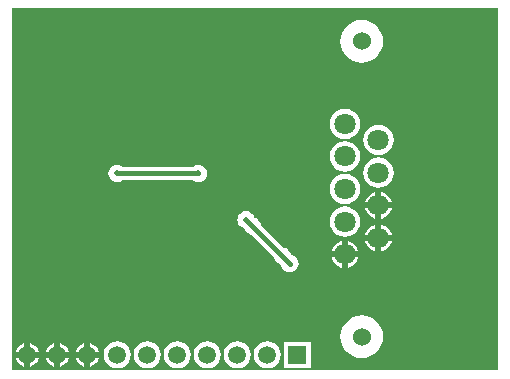
<source format=gbl>
G04*
G04 #@! TF.GenerationSoftware,Altium Limited,Altium Designer,20.0.13 (296)*
G04*
G04 Layer_Physical_Order=2*
G04 Layer_Color=16711680*
%FSLAX25Y25*%
%MOIN*%
G70*
G01*
G75*
%ADD34C,0.01500*%
%ADD36C,0.07087*%
%ADD37C,0.06000*%
%ADD38C,0.05906*%
%ADD39R,0.05906X0.05906*%
%ADD40C,0.01968*%
G36*
X651500Y172000D02*
X489500D01*
Y292500D01*
X651500D01*
Y172000D01*
D02*
G37*
%LPC*%
G36*
X606000Y288634D02*
X604608Y288497D01*
X603270Y288091D01*
X602036Y287432D01*
X600955Y286545D01*
X600068Y285464D01*
X599409Y284230D01*
X599003Y282892D01*
X598866Y281500D01*
X599003Y280108D01*
X599409Y278770D01*
X600068Y277536D01*
X600955Y276455D01*
X602036Y275568D01*
X603270Y274909D01*
X604608Y274503D01*
X606000Y274366D01*
X607392Y274503D01*
X608730Y274909D01*
X609964Y275568D01*
X611045Y276455D01*
X611932Y277536D01*
X612591Y278770D01*
X612997Y280108D01*
X613134Y281500D01*
X612997Y282892D01*
X612591Y284230D01*
X611932Y285464D01*
X611045Y286545D01*
X609964Y287432D01*
X608730Y288091D01*
X607392Y288497D01*
X606000Y288634D01*
D02*
G37*
G36*
X600400Y259087D02*
X599083Y258913D01*
X597857Y258405D01*
X596803Y257597D01*
X595995Y256543D01*
X595486Y255317D01*
X595313Y254000D01*
X595486Y252683D01*
X595995Y251457D01*
X596803Y250403D01*
X597857Y249595D01*
X599083Y249086D01*
X600400Y248913D01*
X601717Y249086D01*
X602943Y249595D01*
X603997Y250403D01*
X604805Y251457D01*
X605313Y252683D01*
X605487Y254000D01*
X605313Y255317D01*
X604805Y256543D01*
X603997Y257597D01*
X602943Y258405D01*
X601717Y258913D01*
X600400Y259087D01*
D02*
G37*
G36*
X611600Y253787D02*
X610283Y253613D01*
X609057Y253105D01*
X608003Y252297D01*
X607195Y251243D01*
X606686Y250017D01*
X606513Y248700D01*
X606686Y247383D01*
X607195Y246157D01*
X608003Y245103D01*
X609057Y244295D01*
X610283Y243787D01*
X611600Y243613D01*
X612917Y243787D01*
X614143Y244295D01*
X615197Y245103D01*
X616005Y246157D01*
X616513Y247383D01*
X616687Y248700D01*
X616513Y250017D01*
X616005Y251243D01*
X615197Y252297D01*
X614143Y253105D01*
X612917Y253613D01*
X611600Y253787D01*
D02*
G37*
G36*
X551500Y240403D02*
X550749Y240304D01*
X550049Y240014D01*
X549762Y239794D01*
X526238D01*
X525951Y240014D01*
X525251Y240304D01*
X524500Y240403D01*
X523749Y240304D01*
X523049Y240014D01*
X522447Y239553D01*
X521986Y238951D01*
X521696Y238251D01*
X521597Y237500D01*
X521696Y236749D01*
X521986Y236049D01*
X522447Y235447D01*
X523049Y234986D01*
X523749Y234696D01*
X524500Y234597D01*
X525251Y234696D01*
X525951Y234986D01*
X526238Y235206D01*
X549762D01*
X550049Y234986D01*
X550749Y234696D01*
X551500Y234597D01*
X552251Y234696D01*
X552951Y234986D01*
X553553Y235447D01*
X554014Y236049D01*
X554304Y236749D01*
X554403Y237500D01*
X554304Y238251D01*
X554014Y238951D01*
X553553Y239553D01*
X552951Y240014D01*
X552251Y240304D01*
X551500Y240403D01*
D02*
G37*
G36*
X600400Y248287D02*
X599083Y248113D01*
X597857Y247605D01*
X596803Y246797D01*
X595995Y245743D01*
X595486Y244517D01*
X595313Y243200D01*
X595486Y241883D01*
X595995Y240657D01*
X596803Y239603D01*
X597857Y238795D01*
X599083Y238286D01*
X600400Y238113D01*
X601717Y238286D01*
X602943Y238795D01*
X603997Y239603D01*
X604805Y240657D01*
X605313Y241883D01*
X605487Y243200D01*
X605313Y244517D01*
X604805Y245743D01*
X603997Y246797D01*
X602943Y247605D01*
X601717Y248113D01*
X600400Y248287D01*
D02*
G37*
G36*
X611600Y242887D02*
X610283Y242713D01*
X609057Y242205D01*
X608003Y241397D01*
X607195Y240343D01*
X606686Y239117D01*
X606513Y237800D01*
X606686Y236483D01*
X607195Y235257D01*
X608003Y234203D01*
X609057Y233395D01*
X610283Y232887D01*
X611600Y232713D01*
X612917Y232887D01*
X614143Y233395D01*
X615197Y234203D01*
X616005Y235257D01*
X616513Y236483D01*
X616687Y237800D01*
X616513Y239117D01*
X616005Y240343D01*
X615197Y241397D01*
X614143Y242205D01*
X612917Y242713D01*
X611600Y242887D01*
D02*
G37*
G36*
X612600Y231351D02*
Y227900D01*
X616051D01*
X616026Y228086D01*
X615569Y229191D01*
X614840Y230140D01*
X613891Y230869D01*
X612786Y231326D01*
X612600Y231351D01*
D02*
G37*
G36*
X610600D02*
X610414Y231326D01*
X609309Y230869D01*
X608360Y230140D01*
X607631Y229191D01*
X607174Y228086D01*
X607149Y227900D01*
X610600D01*
Y231351D01*
D02*
G37*
G36*
X600400Y237387D02*
X599083Y237213D01*
X597857Y236705D01*
X596803Y235897D01*
X595995Y234843D01*
X595486Y233617D01*
X595313Y232300D01*
X595486Y230983D01*
X595995Y229757D01*
X596803Y228703D01*
X597857Y227895D01*
X599083Y227386D01*
X600400Y227213D01*
X601717Y227386D01*
X602943Y227895D01*
X603997Y228703D01*
X604805Y229757D01*
X605313Y230983D01*
X605487Y232300D01*
X605313Y233617D01*
X604805Y234843D01*
X603997Y235897D01*
X602943Y236705D01*
X601717Y237213D01*
X600400Y237387D01*
D02*
G37*
G36*
X616051Y225900D02*
X612600D01*
Y222449D01*
X612786Y222474D01*
X613891Y222931D01*
X614840Y223660D01*
X615569Y224609D01*
X616026Y225714D01*
X616051Y225900D01*
D02*
G37*
G36*
X610600D02*
X607149D01*
X607174Y225714D01*
X607631Y224609D01*
X608360Y223660D01*
X609309Y222931D01*
X610414Y222474D01*
X610600Y222449D01*
Y225900D01*
D02*
G37*
G36*
X612600Y220451D02*
Y217000D01*
X616051D01*
X616026Y217186D01*
X615569Y218291D01*
X614840Y219240D01*
X613891Y219969D01*
X612786Y220426D01*
X612600Y220451D01*
D02*
G37*
G36*
X610600D02*
X610414Y220426D01*
X609309Y219969D01*
X608360Y219240D01*
X607631Y218291D01*
X607174Y217186D01*
X607149Y217000D01*
X610600D01*
Y220451D01*
D02*
G37*
G36*
X600400Y226487D02*
X599083Y226313D01*
X597857Y225805D01*
X596803Y224997D01*
X595995Y223943D01*
X595486Y222717D01*
X595313Y221400D01*
X595486Y220083D01*
X595995Y218857D01*
X596803Y217803D01*
X597857Y216995D01*
X599083Y216487D01*
X600400Y216313D01*
X601717Y216487D01*
X602943Y216995D01*
X603997Y217803D01*
X604805Y218857D01*
X605313Y220083D01*
X605487Y221400D01*
X605313Y222717D01*
X604805Y223943D01*
X603997Y224997D01*
X602943Y225805D01*
X601717Y226313D01*
X600400Y226487D01*
D02*
G37*
G36*
X616051Y215000D02*
X612600D01*
Y211549D01*
X612786Y211574D01*
X613891Y212031D01*
X614840Y212760D01*
X615569Y213709D01*
X616026Y214814D01*
X616051Y215000D01*
D02*
G37*
G36*
X610600D02*
X607149D01*
X607174Y214814D01*
X607631Y213709D01*
X608360Y212760D01*
X609309Y212031D01*
X610414Y211574D01*
X610600Y211549D01*
Y215000D01*
D02*
G37*
G36*
X601400Y214951D02*
Y211500D01*
X604851D01*
X604826Y211686D01*
X604369Y212791D01*
X603640Y213740D01*
X602691Y214469D01*
X601586Y214926D01*
X601400Y214951D01*
D02*
G37*
G36*
X599400D02*
X599214Y214926D01*
X598109Y214469D01*
X597160Y213740D01*
X596431Y212791D01*
X595974Y211686D01*
X595949Y211500D01*
X599400D01*
Y214951D01*
D02*
G37*
G36*
X604851Y209500D02*
X601400D01*
Y206049D01*
X601586Y206074D01*
X602691Y206531D01*
X603640Y207260D01*
X604369Y208209D01*
X604826Y209314D01*
X604851Y209500D01*
D02*
G37*
G36*
X599400D02*
X595949D01*
X595974Y209314D01*
X596431Y208209D01*
X597160Y207260D01*
X598109Y206531D01*
X599214Y206074D01*
X599400Y206049D01*
Y209500D01*
D02*
G37*
G36*
X567447Y224955D02*
X566696Y224856D01*
X565996Y224567D01*
X565395Y224105D01*
X564933Y223504D01*
X564643Y222804D01*
X564545Y222053D01*
X564643Y221301D01*
X564933Y220601D01*
X565395Y220000D01*
X565996Y219539D01*
X566696Y219249D01*
X566986Y218549D01*
X567447Y217947D01*
X568049Y217486D01*
X568749Y217196D01*
X569107Y217149D01*
X576649Y209607D01*
X576696Y209249D01*
X576986Y208549D01*
X577447Y207947D01*
X578049Y207486D01*
X578749Y207196D01*
X579107Y207149D01*
X579202Y207054D01*
X579249Y206696D01*
X579539Y205996D01*
X580000Y205395D01*
X580601Y204934D01*
X581301Y204644D01*
X582053Y204545D01*
X582804Y204644D01*
X583504Y204934D01*
X584105Y205395D01*
X584566Y205996D01*
X584857Y206696D01*
X584955Y207447D01*
X584857Y208199D01*
X584566Y208899D01*
X584105Y209500D01*
X583504Y209961D01*
X582804Y210251D01*
X582446Y210298D01*
X582351Y210393D01*
X582304Y210751D01*
X582014Y211451D01*
X581553Y212053D01*
X580951Y212514D01*
X580251Y212804D01*
X579893Y212851D01*
X572351Y220393D01*
X572304Y220751D01*
X572014Y221451D01*
X571553Y222053D01*
X570951Y222514D01*
X570251Y222804D01*
X569961Y223504D01*
X569500Y224105D01*
X568899Y224567D01*
X568199Y224856D01*
X567447Y224955D01*
D02*
G37*
G36*
X515500Y180855D02*
Y178000D01*
X518355D01*
X518351Y178032D01*
X517953Y178993D01*
X517319Y179819D01*
X516493Y180453D01*
X515532Y180851D01*
X515500Y180855D01*
D02*
G37*
G36*
X505500D02*
Y178000D01*
X508355D01*
X508351Y178032D01*
X507953Y178993D01*
X507319Y179819D01*
X506493Y180453D01*
X505532Y180851D01*
X505500Y180855D01*
D02*
G37*
G36*
X495500D02*
Y178000D01*
X498355D01*
X498351Y178032D01*
X497953Y178993D01*
X497319Y179819D01*
X496493Y180453D01*
X495532Y180851D01*
X495500Y180855D01*
D02*
G37*
G36*
X503500D02*
X503468Y180851D01*
X502507Y180453D01*
X501681Y179819D01*
X501047Y178993D01*
X500649Y178032D01*
X500645Y178000D01*
X503500D01*
Y180855D01*
D02*
G37*
G36*
X513500D02*
X513468Y180851D01*
X512507Y180453D01*
X511681Y179819D01*
X511047Y178993D01*
X510649Y178032D01*
X510645Y178000D01*
X513500D01*
Y180855D01*
D02*
G37*
G36*
X493500D02*
X493468Y180851D01*
X492507Y180453D01*
X491681Y179819D01*
X491047Y178993D01*
X490649Y178032D01*
X490645Y178000D01*
X493500D01*
Y180855D01*
D02*
G37*
G36*
X606000Y190234D02*
X604608Y190097D01*
X603270Y189691D01*
X602036Y189032D01*
X600955Y188145D01*
X600068Y187064D01*
X599409Y185830D01*
X599003Y184492D01*
X598866Y183100D01*
X599003Y181708D01*
X599409Y180370D01*
X600068Y179136D01*
X600955Y178055D01*
X602036Y177168D01*
X603270Y176509D01*
X604608Y176103D01*
X606000Y175966D01*
X607392Y176103D01*
X608730Y176509D01*
X609964Y177168D01*
X611045Y178055D01*
X611932Y179136D01*
X612591Y180370D01*
X612997Y181708D01*
X613134Y183100D01*
X612997Y184492D01*
X612591Y185830D01*
X611932Y187064D01*
X611045Y188145D01*
X609964Y189032D01*
X608730Y189691D01*
X607392Y190097D01*
X606000Y190234D01*
D02*
G37*
G36*
X518355Y176000D02*
X515500D01*
Y173145D01*
X515532Y173149D01*
X516493Y173547D01*
X517319Y174181D01*
X517953Y175007D01*
X518351Y175968D01*
X518355Y176000D01*
D02*
G37*
G36*
X508355D02*
X505500D01*
Y173145D01*
X505532Y173149D01*
X506493Y173547D01*
X507319Y174181D01*
X507953Y175007D01*
X508351Y175968D01*
X508355Y176000D01*
D02*
G37*
G36*
X498355D02*
X495500D01*
Y173145D01*
X495532Y173149D01*
X496493Y173547D01*
X497319Y174181D01*
X497953Y175007D01*
X498351Y175968D01*
X498355Y176000D01*
D02*
G37*
G36*
X513500D02*
X510645D01*
X510649Y175968D01*
X511047Y175007D01*
X511681Y174181D01*
X512507Y173547D01*
X513468Y173149D01*
X513500Y173145D01*
Y176000D01*
D02*
G37*
G36*
X503500D02*
X500645D01*
X500649Y175968D01*
X501047Y175007D01*
X501681Y174181D01*
X502507Y173547D01*
X503468Y173149D01*
X503500Y173145D01*
Y176000D01*
D02*
G37*
G36*
X493500D02*
X490645D01*
X490649Y175968D01*
X491047Y175007D01*
X491681Y174181D01*
X492507Y173547D01*
X493468Y173149D01*
X493500Y173145D01*
Y176000D01*
D02*
G37*
G36*
X588953Y181453D02*
X580047D01*
Y172547D01*
X588953D01*
Y181453D01*
D02*
G37*
G36*
X574500Y181491D02*
X573338Y181338D01*
X572254Y180889D01*
X571324Y180176D01*
X570611Y179246D01*
X570162Y178162D01*
X570009Y177000D01*
X570162Y175838D01*
X570611Y174754D01*
X571324Y173824D01*
X572254Y173110D01*
X573338Y172662D01*
X574500Y172509D01*
X575662Y172662D01*
X576746Y173110D01*
X577676Y173824D01*
X578390Y174754D01*
X578838Y175838D01*
X578991Y177000D01*
X578838Y178162D01*
X578390Y179246D01*
X577676Y180176D01*
X576746Y180889D01*
X575662Y181338D01*
X574500Y181491D01*
D02*
G37*
G36*
X564500D02*
X563338Y181338D01*
X562254Y180889D01*
X561324Y180176D01*
X560610Y179246D01*
X560162Y178162D01*
X560009Y177000D01*
X560162Y175838D01*
X560610Y174754D01*
X561324Y173824D01*
X562254Y173110D01*
X563338Y172662D01*
X564500Y172509D01*
X565662Y172662D01*
X566746Y173110D01*
X567676Y173824D01*
X568390Y174754D01*
X568838Y175838D01*
X568991Y177000D01*
X568838Y178162D01*
X568390Y179246D01*
X567676Y180176D01*
X566746Y180889D01*
X565662Y181338D01*
X564500Y181491D01*
D02*
G37*
G36*
X554500D02*
X553338Y181338D01*
X552254Y180889D01*
X551324Y180176D01*
X550610Y179246D01*
X550162Y178162D01*
X550009Y177000D01*
X550162Y175838D01*
X550610Y174754D01*
X551324Y173824D01*
X552254Y173110D01*
X553338Y172662D01*
X554500Y172509D01*
X555662Y172662D01*
X556746Y173110D01*
X557676Y173824D01*
X558390Y174754D01*
X558838Y175838D01*
X558991Y177000D01*
X558838Y178162D01*
X558390Y179246D01*
X557676Y180176D01*
X556746Y180889D01*
X555662Y181338D01*
X554500Y181491D01*
D02*
G37*
G36*
X544500D02*
X543338Y181338D01*
X542254Y180889D01*
X541324Y180176D01*
X540611Y179246D01*
X540162Y178162D01*
X540009Y177000D01*
X540162Y175838D01*
X540611Y174754D01*
X541324Y173824D01*
X542254Y173110D01*
X543338Y172662D01*
X544500Y172509D01*
X545662Y172662D01*
X546746Y173110D01*
X547676Y173824D01*
X548389Y174754D01*
X548838Y175838D01*
X548991Y177000D01*
X548838Y178162D01*
X548389Y179246D01*
X547676Y180176D01*
X546746Y180889D01*
X545662Y181338D01*
X544500Y181491D01*
D02*
G37*
G36*
X534500D02*
X533338Y181338D01*
X532254Y180889D01*
X531324Y180176D01*
X530611Y179246D01*
X530162Y178162D01*
X530009Y177000D01*
X530162Y175838D01*
X530611Y174754D01*
X531324Y173824D01*
X532254Y173110D01*
X533338Y172662D01*
X534500Y172509D01*
X535662Y172662D01*
X536746Y173110D01*
X537676Y173824D01*
X538389Y174754D01*
X538838Y175838D01*
X538991Y177000D01*
X538838Y178162D01*
X538389Y179246D01*
X537676Y180176D01*
X536746Y180889D01*
X535662Y181338D01*
X534500Y181491D01*
D02*
G37*
G36*
X524500D02*
X523338Y181338D01*
X522254Y180889D01*
X521324Y180176D01*
X520611Y179246D01*
X520162Y178162D01*
X520009Y177000D01*
X520162Y175838D01*
X520611Y174754D01*
X521324Y173824D01*
X522254Y173110D01*
X523338Y172662D01*
X524500Y172509D01*
X525662Y172662D01*
X526746Y173110D01*
X527676Y173824D01*
X528390Y174754D01*
X528838Y175838D01*
X528991Y177000D01*
X528838Y178162D01*
X528390Y179246D01*
X527676Y180176D01*
X526746Y180889D01*
X525662Y181338D01*
X524500Y181491D01*
D02*
G37*
%LPD*%
D34*
Y237500D02*
X551500D01*
X567447Y222053D02*
X569500Y220000D01*
X579500Y210000D01*
X582053Y207447D01*
D36*
X611600Y248700D02*
D03*
Y237800D02*
D03*
Y216000D02*
D03*
Y226900D02*
D03*
X600400Y210500D02*
D03*
Y221400D02*
D03*
Y254000D02*
D03*
Y243200D02*
D03*
Y232300D02*
D03*
D37*
X606000Y281500D02*
D03*
Y183100D02*
D03*
D38*
X564500Y177000D02*
D03*
X494500D02*
D03*
X504500D02*
D03*
X514500D02*
D03*
X524500D02*
D03*
X534500D02*
D03*
X544500D02*
D03*
X554500D02*
D03*
X574500D02*
D03*
D39*
X584500D02*
D03*
D40*
X505000Y198000D02*
D03*
X515000D02*
D03*
X529500Y188500D02*
D03*
X539500D02*
D03*
X541000Y198000D02*
D03*
X526000D02*
D03*
X559500Y260000D02*
D03*
X562000Y236500D02*
D03*
X566500Y249000D02*
D03*
X512500Y211555D02*
D03*
X509500Y211500D02*
D03*
X589000Y240000D02*
D03*
X592500Y236000D02*
D03*
X589000Y257500D02*
D03*
X592500Y261500D02*
D03*
X551500Y232000D02*
D03*
Y227000D02*
D03*
X562000Y249000D02*
D03*
X551500D02*
D03*
X640000Y280000D02*
D03*
X645000Y270000D02*
D03*
X640000Y260000D02*
D03*
X645000Y250000D02*
D03*
X640000Y240000D02*
D03*
X645000Y230000D02*
D03*
X640000Y220000D02*
D03*
X645000Y210000D02*
D03*
X640000Y200000D02*
D03*
X645000Y190000D02*
D03*
X640000Y180000D02*
D03*
X630000Y280000D02*
D03*
X635000Y270000D02*
D03*
X630000Y260000D02*
D03*
X635000Y250000D02*
D03*
X630000Y240000D02*
D03*
X635000Y230000D02*
D03*
X630000Y220000D02*
D03*
X635000Y210000D02*
D03*
X630000Y200000D02*
D03*
X635000Y190000D02*
D03*
X630000Y180000D02*
D03*
X620000Y280000D02*
D03*
X625000Y270000D02*
D03*
X620000Y260000D02*
D03*
X625000Y190000D02*
D03*
X620000Y180000D02*
D03*
X615000Y270000D02*
D03*
X610000Y260000D02*
D03*
X615000Y210000D02*
D03*
Y190000D02*
D03*
X605000Y270000D02*
D03*
Y250000D02*
D03*
X590000Y280000D02*
D03*
X595000Y270000D02*
D03*
Y210000D02*
D03*
Y190000D02*
D03*
X590000Y180000D02*
D03*
X580000Y280000D02*
D03*
X585000Y270000D02*
D03*
X580000Y260000D02*
D03*
Y240000D02*
D03*
X585000Y230000D02*
D03*
Y210000D02*
D03*
X580000Y200000D02*
D03*
X570000Y280000D02*
D03*
X575000Y270000D02*
D03*
Y230000D02*
D03*
X570000Y200000D02*
D03*
X575000Y190000D02*
D03*
X560000Y280000D02*
D03*
X565000Y270000D02*
D03*
Y230000D02*
D03*
Y210000D02*
D03*
X550000Y280000D02*
D03*
X555000Y270000D02*
D03*
X550000Y260000D02*
D03*
X555000Y230000D02*
D03*
Y190000D02*
D03*
X540000Y280000D02*
D03*
X545000Y270000D02*
D03*
X540000Y260000D02*
D03*
X530000Y280000D02*
D03*
X535000Y270000D02*
D03*
X530000Y260000D02*
D03*
X520000Y280000D02*
D03*
X525000Y270000D02*
D03*
X520000Y260000D02*
D03*
X525000Y250000D02*
D03*
X510000Y280000D02*
D03*
X515000Y270000D02*
D03*
X510000Y260000D02*
D03*
X515000Y250000D02*
D03*
X510000Y240000D02*
D03*
X515000Y230000D02*
D03*
X510000Y220000D02*
D03*
X515000Y190000D02*
D03*
X510000Y180000D02*
D03*
X500000Y280000D02*
D03*
X505000Y270000D02*
D03*
X500000Y260000D02*
D03*
X505000Y250000D02*
D03*
X500000Y240000D02*
D03*
Y220000D02*
D03*
Y200000D02*
D03*
X505000Y190000D02*
D03*
X500000Y180000D02*
D03*
X524500Y237500D02*
D03*
X551500D02*
D03*
X582053Y207447D02*
D03*
X579500Y210000D02*
D03*
X567447Y222053D02*
D03*
X569500Y220000D02*
D03*
M02*

</source>
